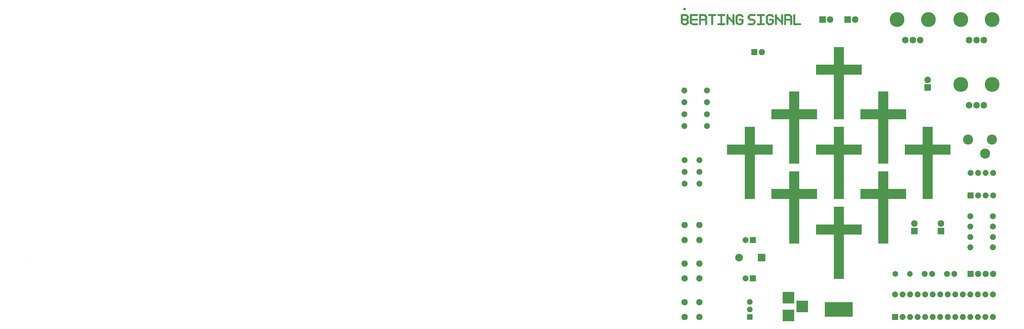
<source format=gbr>
G04 #@! TF.FileFunction,Soldermask,Top*
%FSLAX46Y46*%
G04 Gerber Fmt 4.6, Leading zero omitted, Abs format (unit mm)*
G04 Created by KiCad (PCBNEW 4.0.6) date 12/17/17 22:53:38*
%MOMM*%
%LPD*%
G01*
G04 APERTURE LIST*
%ADD10C,0.100000*%
%ADD11C,0.010000*%
%ADD12R,2.200000X2.200000*%
%ADD13C,2.200000*%
%ADD14R,3.400000X24.400000*%
%ADD15R,15.400000X3.400000*%
%ADD16C,1.400000*%
%ADD17C,2.000000*%
%ADD18R,4.900000X4.900000*%
%ADD19C,0.900000*%
%ADD20R,2.000000X2.000000*%
%ADD21O,2.000000X2.000000*%
%ADD22R,2.100000X2.100000*%
%ADD23O,2.100000X2.100000*%
%ADD24C,2.150000*%
%ADD25R,3.900000X3.900000*%
%ADD26R,2.600000X2.600000*%
%ADD27O,2.600000X2.600000*%
%ADD28C,5.000000*%
%ADD29C,3.400000*%
%ADD30C,1.924000*%
%ADD31R,1.924000X1.924000*%
%ADD32C,1.900000*%
G04 APERTURE END LIST*
D10*
X-174810000Y-131730000D02*
X-174810000Y-131730000D01*
X-174810000Y-131730000D02*
X-174810000Y-131730000D01*
X-174810000Y-131730000D02*
X-174810000Y-131730000D01*
X-174810000Y-131730000D02*
X-174810000Y-131730000D01*
X-174810000Y-131730000D02*
X-174810000Y-131730000D01*
X-174810000Y-131730000D02*
X-174810000Y-131730000D01*
X-174810000Y-131730000D02*
X-174810000Y-131730000D01*
X-174810000Y-131730000D02*
X-174810000Y-131730000D01*
X-174810000Y-131730000D02*
X-174810000Y-131730000D01*
X-174810000Y-131730000D02*
X-174810000Y-131730000D01*
X-174810000Y-131730000D02*
X-174810000Y-131730000D01*
X-174810000Y-131730000D02*
X-174810000Y-131730000D01*
X-174810000Y-131730000D02*
X-174810000Y-131730000D01*
X-174810000Y-131730000D02*
X-174810000Y-131730000D01*
X-174810000Y-131730000D02*
X-174810000Y-131730000D01*
X-174810000Y-131730000D02*
X-174810000Y-131730000D01*
X-174810000Y-131730000D02*
X-174810000Y-131730000D01*
X-174810000Y-131730000D02*
X-174810000Y-131730000D01*
X-174810000Y-131730000D02*
X-174810000Y-131730000D01*
X-174810000Y-131730000D02*
X-174810000Y-131730000D01*
X-174810000Y-131730000D02*
X-174810000Y-131730000D01*
X-174810000Y-131730000D02*
X-174810000Y-131730000D01*
X-174810000Y-131730000D02*
X-174810000Y-131730000D01*
X-174810000Y-131730000D02*
X-174810000Y-131730000D01*
X-174810000Y-131730000D02*
X-174810000Y-131730000D01*
X-174810000Y-131730000D02*
X-174810000Y-131730000D01*
X-174810000Y-131730000D02*
X-174810000Y-131730000D01*
X-174810000Y-131730000D02*
X-174810000Y-131730000D01*
X-174810000Y-131730000D02*
X-174810000Y-131730000D01*
X-174810000Y-131730000D02*
X-174810000Y-131730000D01*
X-174810000Y-131730000D02*
X-174810000Y-131730000D01*
X-174810000Y-131730000D02*
X-174810000Y-131730000D01*
X-174810000Y-131730000D02*
X-174810000Y-131730000D01*
X-174810000Y-131730000D02*
X-174810000Y-131730000D01*
X-174810000Y-131730000D02*
X-174810000Y-131730000D01*
X-174810000Y-131730000D02*
X-174810000Y-131730000D01*
X-174810000Y-131730000D02*
X-174810000Y-131730000D01*
X-174810000Y-131730000D02*
X-174810000Y-131730000D01*
X-174810000Y-131730000D02*
X-174810000Y-131730000D01*
X-174810000Y-131730000D02*
X-174810000Y-131730000D01*
X-174810000Y-131730000D02*
X-174810000Y-131730000D01*
X-174810000Y-131730000D02*
X-174810000Y-131730000D01*
X-174810000Y-131730000D02*
X-174810000Y-131730000D01*
X-174810000Y-131730000D02*
X-174810000Y-131730000D01*
X-174810000Y-131730000D02*
X-174810000Y-131730000D01*
X-174810000Y-131730000D02*
X-174810000Y-131730000D01*
X-174810000Y-131730000D02*
X-174810000Y-131730000D01*
X-174810000Y-131730000D02*
X-174810000Y-131730000D01*
X-174810000Y-131730000D02*
X-174810000Y-131730000D01*
X-174810000Y-131730000D02*
X-174810000Y-131730000D01*
X-174810000Y-131730000D02*
X-174810000Y-131730000D01*
X-174810000Y-131730000D02*
X-174810000Y-131730000D01*
X-174810000Y-131730000D02*
X-174810000Y-131730000D01*
X-174810000Y-131730000D02*
X-174810000Y-131730000D01*
X-174810000Y-131730000D02*
X-174810000Y-131730000D01*
X-174810000Y-131730000D02*
X-174810000Y-131730000D01*
X-174810000Y-131730000D02*
X-174810000Y-131730000D01*
X-174810000Y-131730000D02*
X-174810000Y-131730000D01*
X-174810000Y-131730000D02*
X-174810000Y-131730000D01*
X-174810000Y-131730000D02*
X-174810000Y-131730000D01*
X-174810000Y-131730000D02*
X-174810000Y-131730000D01*
X-174810000Y-131730000D02*
X-174810000Y-131730000D01*
X-174810000Y-131730000D02*
X-174810000Y-131730000D01*
X-174810000Y-131730000D02*
X-174810000Y-131730000D01*
X-174810000Y-131730000D02*
X-174810000Y-131730000D01*
X-174810000Y-131730000D02*
X-174810000Y-131730000D01*
X-174810000Y-131730000D02*
X-174810000Y-131730000D01*
X-174810000Y-131730000D02*
X-174810000Y-131730000D01*
X-174810000Y-131730000D02*
X-174810000Y-131730000D01*
X-174810000Y-131730000D02*
X-174810000Y-131730000D01*
X-174810000Y-131730000D02*
X-174810000Y-131730000D01*
X-174810000Y-131730000D02*
X-174810000Y-131730000D01*
X-174810000Y-131730000D02*
X-174810000Y-131730000D01*
X-174810000Y-131730000D02*
X-174810000Y-131730000D01*
X-174810000Y-131730000D02*
X-174810000Y-131730000D01*
X-174810000Y-131730000D02*
X-174810000Y-131730000D01*
X-174810000Y-131730000D02*
X-174810000Y-131730000D01*
X-174810000Y-131730000D02*
X-174810000Y-131730000D01*
X-174810000Y-131730000D02*
X-174810000Y-131730000D01*
X-174810000Y-131730000D02*
X-174810000Y-131730000D01*
X-174810000Y-131730000D02*
X-174810000Y-131730000D01*
X-174810000Y-131730000D02*
X-174810000Y-131730000D01*
X-174810000Y-131730000D02*
X-174810000Y-131730000D01*
X-174810000Y-131730000D02*
X-174810000Y-131730000D01*
X-174810000Y-131730000D02*
X-174810000Y-131730000D01*
X-174810000Y-131730000D02*
X-174810000Y-131730000D01*
X-174810000Y-131730000D02*
X-174810000Y-131730000D01*
X-174810000Y-131730000D02*
X-174810000Y-131730000D01*
X-174810000Y-131730000D02*
X-174810000Y-131730000D01*
X-174810000Y-131730000D02*
X-174810000Y-131730000D01*
X-174810000Y-131730000D02*
X-174810000Y-131730000D01*
X-174810000Y-131730000D02*
X-174810000Y-131730000D01*
X-174810000Y-131730000D02*
X-174810000Y-131730000D01*
X-174810000Y-131730000D02*
X-174810000Y-131730000D01*
X-174810000Y-131730000D02*
X-174810000Y-131730000D01*
X-174810000Y-131730000D02*
X-174810000Y-131730000D01*
X-174810000Y-131730000D02*
X-174810000Y-131730000D01*
X-174810000Y-131730000D02*
X-174810000Y-131730000D01*
X-174810000Y-131730000D02*
X-174810000Y-131730000D01*
X-174810000Y-131730000D02*
X-174810000Y-131730000D01*
X-174810000Y-131730000D02*
X-174810000Y-131730000D01*
X-174810000Y-131730000D02*
X-174810000Y-131730000D01*
X-174810000Y-131730000D02*
X-174810000Y-131730000D01*
X-174810000Y-131730000D02*
X-174810000Y-131730000D01*
X-174810000Y-131730000D02*
X-174810000Y-131730000D01*
X-174810000Y-131730000D02*
X-174810000Y-131730000D01*
X-174810000Y-131730000D02*
X-174810000Y-131730000D01*
X-174810000Y-131730000D02*
X-174810000Y-131730000D01*
X-174810000Y-131730000D02*
X-174810000Y-131730000D01*
X-174810000Y-131730000D02*
X-174810000Y-131730000D01*
X-174810000Y-131730000D02*
X-174810000Y-131730000D01*
X-174810000Y-131730000D02*
X-174810000Y-131730000D01*
X-174810000Y-131730000D02*
X-174810000Y-131730000D01*
X-174810000Y-131730000D02*
X-174810000Y-131730000D01*
X-174810000Y-131730000D02*
X-174810000Y-131730000D01*
X-174810000Y-131730000D02*
X-174810000Y-131730000D01*
X-174810000Y-131730000D02*
X-174810000Y-131730000D01*
X-174810000Y-131730000D02*
X-174810000Y-131730000D01*
X-174810000Y-131730000D02*
X-174810000Y-131730000D01*
X-174810000Y-131730000D02*
X-174810000Y-131730000D01*
X-174810000Y-131730000D02*
X-174810000Y-131730000D01*
X-174810000Y-131730000D02*
X-174810000Y-131730000D01*
X-174810000Y-131730000D02*
X-174810000Y-131730000D01*
X-174810000Y-131730000D02*
X-174810000Y-131730000D01*
X-174810000Y-131730000D02*
X-174810000Y-131730000D01*
X-174810000Y-131730000D02*
X-174810000Y-131730000D01*
X-174810000Y-131730000D02*
X-174810000Y-131730000D01*
X-174810000Y-131730000D02*
X-174810000Y-131730000D01*
X-174810000Y-131730000D02*
X-174810000Y-131730000D01*
X-174810000Y-131730000D02*
X-174810000Y-131730000D01*
X-174810000Y-131730000D02*
X-174810000Y-131730000D01*
X-174810000Y-131730000D02*
X-174810000Y-131730000D01*
X-174810000Y-131730000D02*
X-174810000Y-131730000D01*
X-174810000Y-131730000D02*
X-174810000Y-131730000D01*
X-174810000Y-131730000D02*
X-174810000Y-131730000D01*
X-174810000Y-131730000D02*
X-174810000Y-131730000D01*
X-174810000Y-131730000D02*
X-174810000Y-131730000D01*
X-174810000Y-131730000D02*
X-174810000Y-131730000D01*
X-174810000Y-131730000D02*
X-174810000Y-131730000D01*
X-174810000Y-131730000D02*
X-174810000Y-131730000D01*
X-174810000Y-131730000D02*
X-174810000Y-131730000D01*
X-174810000Y-131730000D02*
X-174810000Y-131730000D01*
X-174810000Y-131730000D02*
X-174810000Y-131730000D01*
X-174810000Y-131730000D02*
X-174810000Y-131730000D01*
X-174810000Y-131730000D02*
X-174810000Y-131730000D01*
X-174810000Y-131730000D02*
X-174810000Y-131730000D01*
X-174810000Y-131730000D02*
X-174810000Y-131730000D01*
X-174810000Y-131730000D02*
X-174810000Y-131730000D01*
X-174810000Y-131730000D02*
X-174810000Y-131730000D01*
X-174810000Y-131730000D02*
X-174810000Y-131730000D01*
X-174810000Y-131730000D02*
X-174810000Y-131730000D01*
X-174810000Y-131730000D02*
X-174810000Y-131730000D01*
X-174810000Y-131730000D02*
X-174810000Y-131730000D01*
X-174810000Y-131730000D02*
X-174810000Y-131730000D01*
X-174810000Y-131730000D02*
X-174810000Y-131730000D01*
X-174810000Y-131730000D02*
X-174810000Y-131730000D01*
X-174810000Y-131730000D02*
X-174810000Y-131730000D01*
X-174810000Y-131730000D02*
X-174810000Y-131730000D01*
X-174810000Y-131730000D02*
X-174810000Y-131730000D01*
X-174810000Y-131730000D02*
X-174810000Y-131730000D01*
X-174810000Y-131730000D02*
X-174810000Y-131730000D01*
X-174810000Y-131730000D02*
X-174810000Y-131730000D01*
X-174810000Y-131730000D02*
X-174810000Y-131730000D01*
X-174810000Y-131730000D02*
X-174810000Y-131730000D01*
X-174810000Y-131730000D02*
X-174810000Y-131730000D01*
X-174810000Y-131730000D02*
X-174810000Y-131730000D01*
X-174810000Y-131730000D02*
X-174810000Y-131730000D01*
X-174810000Y-131730000D02*
X-174810000Y-131730000D01*
X-174810000Y-131730000D02*
X-174810000Y-131730000D01*
X-174810000Y-131730000D02*
X-174810000Y-131730000D01*
X-174810000Y-131730000D02*
X-174810000Y-131730000D01*
X-174810000Y-131730000D02*
X-174810000Y-131730000D01*
X-174810000Y-131730000D02*
X-174810000Y-131730000D01*
X-174810000Y-131730000D02*
X-174810000Y-131730000D01*
X-174810000Y-131730000D02*
X-174810000Y-131730000D01*
X-174810000Y-131730000D02*
X-174810000Y-131730000D01*
X-174810000Y-131730000D02*
X-174810000Y-131730000D01*
X-174810000Y-131730000D02*
X-174810000Y-131730000D01*
X-174810000Y-131730000D02*
X-174810000Y-131730000D01*
X-174810000Y-131730000D02*
X-174810000Y-131730000D01*
X-174810000Y-131730000D02*
X-174810000Y-131730000D01*
X-174810000Y-131730000D02*
X-174810000Y-131730000D01*
D11*
G36*
X48947501Y-50023398D02*
X49304666Y-50372018D01*
X49304666Y-51143705D01*
X49114008Y-51330821D01*
X48923351Y-51517938D01*
X49114008Y-51711506D01*
X49304666Y-51905075D01*
X49304666Y-52670315D01*
X48950005Y-53016491D01*
X48595345Y-53362667D01*
X48029255Y-53359983D01*
X47811982Y-53356381D01*
X47619813Y-53348433D01*
X47471493Y-53337249D01*
X47385761Y-53323941D01*
X47378500Y-53321438D01*
X47313359Y-53276752D01*
X47207342Y-53185888D01*
X47077767Y-53064169D01*
X46997500Y-52984310D01*
X46701166Y-52683045D01*
X46701166Y-51796333D01*
X47272666Y-51796333D01*
X47272666Y-52122632D01*
X47274567Y-52289512D01*
X47285999Y-52398425D01*
X47315559Y-52476064D01*
X47371840Y-52549124D01*
X47429424Y-52609465D01*
X47586182Y-52770000D01*
X48398038Y-52770000D01*
X48576185Y-52588481D01*
X48702931Y-52436497D01*
X48753741Y-52304697D01*
X48728617Y-52175816D01*
X48627558Y-52032592D01*
X48576185Y-51977852D01*
X48398038Y-51796333D01*
X47272666Y-51796333D01*
X46701166Y-51796333D01*
X46701166Y-51267534D01*
X46701458Y-50881680D01*
X46702633Y-50571634D01*
X46705140Y-50328539D01*
X46706442Y-50272333D01*
X47272666Y-50272333D01*
X47272666Y-51246000D01*
X48391295Y-51246000D01*
X48572814Y-51067852D01*
X48702129Y-50917870D01*
X48754803Y-50786134D01*
X48730925Y-50656303D01*
X48630586Y-50512038D01*
X48576185Y-50453852D01*
X48398038Y-50272333D01*
X47272666Y-50272333D01*
X46706442Y-50272333D01*
X46709427Y-50143538D01*
X46715943Y-50007774D01*
X46725135Y-49912389D01*
X46737453Y-49848526D01*
X46753346Y-49807328D01*
X46773260Y-49779938D01*
X46776667Y-49776428D01*
X46810756Y-49750529D01*
X46862114Y-49730809D01*
X46942318Y-49716184D01*
X47062950Y-49705566D01*
X47235589Y-49697870D01*
X47471813Y-49692008D01*
X47721252Y-49687805D01*
X48590336Y-49674779D01*
X48947501Y-50023398D01*
X48947501Y-50023398D01*
G37*
X48947501Y-50023398D02*
X49304666Y-50372018D01*
X49304666Y-51143705D01*
X49114008Y-51330821D01*
X48923351Y-51517938D01*
X49114008Y-51711506D01*
X49304666Y-51905075D01*
X49304666Y-52670315D01*
X48950005Y-53016491D01*
X48595345Y-53362667D01*
X48029255Y-53359983D01*
X47811982Y-53356381D01*
X47619813Y-53348433D01*
X47471493Y-53337249D01*
X47385761Y-53323941D01*
X47378500Y-53321438D01*
X47313359Y-53276752D01*
X47207342Y-53185888D01*
X47077767Y-53064169D01*
X46997500Y-52984310D01*
X46701166Y-52683045D01*
X46701166Y-51796333D01*
X47272666Y-51796333D01*
X47272666Y-52122632D01*
X47274567Y-52289512D01*
X47285999Y-52398425D01*
X47315559Y-52476064D01*
X47371840Y-52549124D01*
X47429424Y-52609465D01*
X47586182Y-52770000D01*
X48398038Y-52770000D01*
X48576185Y-52588481D01*
X48702931Y-52436497D01*
X48753741Y-52304697D01*
X48728617Y-52175816D01*
X48627558Y-52032592D01*
X48576185Y-51977852D01*
X48398038Y-51796333D01*
X47272666Y-51796333D01*
X46701166Y-51796333D01*
X46701166Y-51267534D01*
X46701458Y-50881680D01*
X46702633Y-50571634D01*
X46705140Y-50328539D01*
X46706442Y-50272333D01*
X47272666Y-50272333D01*
X47272666Y-51246000D01*
X48391295Y-51246000D01*
X48572814Y-51067852D01*
X48702129Y-50917870D01*
X48754803Y-50786134D01*
X48730925Y-50656303D01*
X48630586Y-50512038D01*
X48576185Y-50453852D01*
X48398038Y-50272333D01*
X47272666Y-50272333D01*
X46706442Y-50272333D01*
X46709427Y-50143538D01*
X46715943Y-50007774D01*
X46725135Y-49912389D01*
X46737453Y-49848526D01*
X46753346Y-49807328D01*
X46773260Y-49779938D01*
X46776667Y-49776428D01*
X46810756Y-49750529D01*
X46862114Y-49730809D01*
X46942318Y-49716184D01*
X47062950Y-49705566D01*
X47235589Y-49697870D01*
X47471813Y-49692008D01*
X47721252Y-49687805D01*
X48590336Y-49674779D01*
X48947501Y-50023398D01*
G36*
X51409137Y-49679971D02*
X51669198Y-49681397D01*
X51865837Y-49684718D01*
X52009677Y-49690703D01*
X52111339Y-49700124D01*
X52181446Y-49713753D01*
X52230620Y-49732361D01*
X52269484Y-49756718D01*
X52283457Y-49767406D01*
X52376865Y-49884815D01*
X52392316Y-50015805D01*
X52329808Y-50140924D01*
X52283457Y-50184594D01*
X52241809Y-50213705D01*
X52193006Y-50235566D01*
X52125099Y-50251210D01*
X52026135Y-50261668D01*
X51884166Y-50267972D01*
X51687241Y-50271155D01*
X51423409Y-50272248D01*
X51267457Y-50272333D01*
X50363000Y-50272333D01*
X50363000Y-51246000D01*
X51313099Y-51246000D01*
X51620239Y-51246245D01*
X51853762Y-51247662D01*
X52024717Y-51251275D01*
X52144153Y-51258106D01*
X52223119Y-51269179D01*
X52272665Y-51285517D01*
X52303839Y-51308143D01*
X52327692Y-51338081D01*
X52329099Y-51340086D01*
X52389205Y-51485688D01*
X52370031Y-51625933D01*
X52310333Y-51711667D01*
X52277939Y-51739381D01*
X52236017Y-51760300D01*
X52173167Y-51775373D01*
X52077993Y-51785551D01*
X51939095Y-51791782D01*
X51745076Y-51795018D01*
X51484537Y-51796207D01*
X51294333Y-51796333D01*
X50363000Y-51796333D01*
X50363000Y-52126408D01*
X50364673Y-52293742D01*
X50375416Y-52402441D01*
X50403813Y-52478537D01*
X50458446Y-52548062D01*
X50523534Y-52613242D01*
X50684069Y-52770000D01*
X51446885Y-52770000D01*
X51720421Y-52770614D01*
X51922276Y-52773331D01*
X52065435Y-52779459D01*
X52162880Y-52790310D01*
X52227595Y-52807192D01*
X52272563Y-52831416D01*
X52302350Y-52856316D01*
X52382555Y-52980723D01*
X52387457Y-53117718D01*
X52318138Y-53243362D01*
X52283457Y-53274927D01*
X52239510Y-53305498D01*
X52188169Y-53327958D01*
X52116619Y-53343489D01*
X52012043Y-53353276D01*
X51861624Y-53358503D01*
X51652547Y-53360355D01*
X51371996Y-53360014D01*
X51362707Y-53359983D01*
X51104331Y-53357363D01*
X50870980Y-53351685D01*
X50677490Y-53343572D01*
X50538693Y-53333651D01*
X50469423Y-53322546D01*
X50468833Y-53322310D01*
X50404741Y-53278080D01*
X50299591Y-53186784D01*
X50169973Y-53063363D01*
X50077250Y-52969672D01*
X49770333Y-52652024D01*
X49770333Y-49887485D01*
X49978151Y-49679667D01*
X51075033Y-49679667D01*
X51409137Y-49679971D01*
X51409137Y-49679971D01*
G37*
X51409137Y-49679971D02*
X51669198Y-49681397D01*
X51865837Y-49684718D01*
X52009677Y-49690703D01*
X52111339Y-49700124D01*
X52181446Y-49713753D01*
X52230620Y-49732361D01*
X52269484Y-49756718D01*
X52283457Y-49767406D01*
X52376865Y-49884815D01*
X52392316Y-50015805D01*
X52329808Y-50140924D01*
X52283457Y-50184594D01*
X52241809Y-50213705D01*
X52193006Y-50235566D01*
X52125099Y-50251210D01*
X52026135Y-50261668D01*
X51884166Y-50267972D01*
X51687241Y-50271155D01*
X51423409Y-50272248D01*
X51267457Y-50272333D01*
X50363000Y-50272333D01*
X50363000Y-51246000D01*
X51313099Y-51246000D01*
X51620239Y-51246245D01*
X51853762Y-51247662D01*
X52024717Y-51251275D01*
X52144153Y-51258106D01*
X52223119Y-51269179D01*
X52272665Y-51285517D01*
X52303839Y-51308143D01*
X52327692Y-51338081D01*
X52329099Y-51340086D01*
X52389205Y-51485688D01*
X52370031Y-51625933D01*
X52310333Y-51711667D01*
X52277939Y-51739381D01*
X52236017Y-51760300D01*
X52173167Y-51775373D01*
X52077993Y-51785551D01*
X51939095Y-51791782D01*
X51745076Y-51795018D01*
X51484537Y-51796207D01*
X51294333Y-51796333D01*
X50363000Y-51796333D01*
X50363000Y-52126408D01*
X50364673Y-52293742D01*
X50375416Y-52402441D01*
X50403813Y-52478537D01*
X50458446Y-52548062D01*
X50523534Y-52613242D01*
X50684069Y-52770000D01*
X51446885Y-52770000D01*
X51720421Y-52770614D01*
X51922276Y-52773331D01*
X52065435Y-52779459D01*
X52162880Y-52790310D01*
X52227595Y-52807192D01*
X52272563Y-52831416D01*
X52302350Y-52856316D01*
X52382555Y-52980723D01*
X52387457Y-53117718D01*
X52318138Y-53243362D01*
X52283457Y-53274927D01*
X52239510Y-53305498D01*
X52188169Y-53327958D01*
X52116619Y-53343489D01*
X52012043Y-53353276D01*
X51861624Y-53358503D01*
X51652547Y-53360355D01*
X51371996Y-53360014D01*
X51362707Y-53359983D01*
X51104331Y-53357363D01*
X50870980Y-53351685D01*
X50677490Y-53343572D01*
X50538693Y-53333651D01*
X50469423Y-53322546D01*
X50468833Y-53322310D01*
X50404741Y-53278080D01*
X50299591Y-53186784D01*
X50169973Y-53063363D01*
X50077250Y-52969672D01*
X49770333Y-52652024D01*
X49770333Y-49887485D01*
X49978151Y-49679667D01*
X51075033Y-49679667D01*
X51409137Y-49679971D01*
G36*
X55133361Y-50031638D02*
X55485333Y-50383609D01*
X55485333Y-51762615D01*
X55485043Y-52142911D01*
X55483851Y-52447691D01*
X55481272Y-52686102D01*
X55476824Y-52867292D01*
X55470020Y-53000411D01*
X55460378Y-53094606D01*
X55447413Y-53159026D01*
X55430642Y-53202820D01*
X55409579Y-53235135D01*
X55407263Y-53238032D01*
X55297966Y-53313478D01*
X55160110Y-53333564D01*
X55029930Y-53296188D01*
X54985900Y-53262490D01*
X54958280Y-53223359D01*
X54937817Y-53160656D01*
X54923083Y-53061548D01*
X54912652Y-52913199D01*
X54905097Y-52702774D01*
X54900401Y-52493435D01*
X54886968Y-51796333D01*
X53411000Y-51796333D01*
X53410351Y-52484250D01*
X53408298Y-52719229D01*
X53403040Y-52925572D01*
X53395241Y-53087921D01*
X53385566Y-53190921D01*
X53378601Y-53218746D01*
X53313037Y-53277387D01*
X53215025Y-53333760D01*
X53129904Y-53362320D01*
X53123158Y-53362667D01*
X53065544Y-53338614D01*
X52978966Y-53280188D01*
X52972209Y-53274927D01*
X52860666Y-53187188D01*
X52860666Y-50272333D01*
X53411000Y-50272333D01*
X53411000Y-51246000D01*
X54892666Y-51246000D01*
X54892666Y-50919701D01*
X54890765Y-50752821D01*
X54879333Y-50643908D01*
X54849774Y-50566269D01*
X54793492Y-50493209D01*
X54735908Y-50432868D01*
X54579150Y-50272333D01*
X53411000Y-50272333D01*
X52860666Y-50272333D01*
X52860666Y-49855145D01*
X52972209Y-49767406D01*
X53015247Y-49737453D01*
X53065744Y-49715201D01*
X53136133Y-49699512D01*
X53238850Y-49689253D01*
X53386329Y-49683285D01*
X53591004Y-49680474D01*
X53865312Y-49679682D01*
X53932570Y-49679667D01*
X54781390Y-49679667D01*
X55133361Y-50031638D01*
X55133361Y-50031638D01*
G37*
X55133361Y-50031638D02*
X55485333Y-50383609D01*
X55485333Y-51762615D01*
X55485043Y-52142911D01*
X55483851Y-52447691D01*
X55481272Y-52686102D01*
X55476824Y-52867292D01*
X55470020Y-53000411D01*
X55460378Y-53094606D01*
X55447413Y-53159026D01*
X55430642Y-53202820D01*
X55409579Y-53235135D01*
X55407263Y-53238032D01*
X55297966Y-53313478D01*
X55160110Y-53333564D01*
X55029930Y-53296188D01*
X54985900Y-53262490D01*
X54958280Y-53223359D01*
X54937817Y-53160656D01*
X54923083Y-53061548D01*
X54912652Y-52913199D01*
X54905097Y-52702774D01*
X54900401Y-52493435D01*
X54886968Y-51796333D01*
X53411000Y-51796333D01*
X53410351Y-52484250D01*
X53408298Y-52719229D01*
X53403040Y-52925572D01*
X53395241Y-53087921D01*
X53385566Y-53190921D01*
X53378601Y-53218746D01*
X53313037Y-53277387D01*
X53215025Y-53333760D01*
X53129904Y-53362320D01*
X53123158Y-53362667D01*
X53065544Y-53338614D01*
X52978966Y-53280188D01*
X52972209Y-53274927D01*
X52860666Y-53187188D01*
X52860666Y-50272333D01*
X53411000Y-50272333D01*
X53411000Y-51246000D01*
X54892666Y-51246000D01*
X54892666Y-50919701D01*
X54890765Y-50752821D01*
X54879333Y-50643908D01*
X54849774Y-50566269D01*
X54793492Y-50493209D01*
X54735908Y-50432868D01*
X54579150Y-50272333D01*
X53411000Y-50272333D01*
X52860666Y-50272333D01*
X52860666Y-49855145D01*
X52972209Y-49767406D01*
X53015247Y-49737453D01*
X53065744Y-49715201D01*
X53136133Y-49699512D01*
X53238850Y-49689253D01*
X53386329Y-49683285D01*
X53591004Y-49680474D01*
X53865312Y-49679682D01*
X53932570Y-49679667D01*
X54781390Y-49679667D01*
X55133361Y-50031638D01*
G36*
X57610938Y-49680166D02*
X57870574Y-49682107D01*
X58066322Y-49686148D01*
X58208571Y-49692950D01*
X58307708Y-49703174D01*
X58374122Y-49717480D01*
X58418199Y-49736529D01*
X58442171Y-49753750D01*
X58539963Y-49878874D01*
X58558449Y-50012935D01*
X58496479Y-50141898D01*
X58475812Y-50164369D01*
X58420835Y-50213743D01*
X58362052Y-50245233D01*
X58279744Y-50262831D01*
X58154192Y-50270531D01*
X57965679Y-50272325D01*
X57942590Y-50272333D01*
X57517333Y-50272333D01*
X57516685Y-51722250D01*
X57515652Y-52065549D01*
X57513013Y-52382535D01*
X57508982Y-52663103D01*
X57503774Y-52897151D01*
X57497602Y-53074576D01*
X57490681Y-53185273D01*
X57484935Y-53218746D01*
X57419370Y-53277387D01*
X57321358Y-53333760D01*
X57236237Y-53362320D01*
X57229492Y-53362667D01*
X57171878Y-53338614D01*
X57085300Y-53280188D01*
X57078542Y-53274927D01*
X56967000Y-53187188D01*
X56967000Y-50272333D01*
X56543666Y-50272333D01*
X56301686Y-50264581D01*
X56132371Y-50237823D01*
X56024843Y-50186809D01*
X55968224Y-50106290D01*
X55951639Y-49991016D01*
X55951648Y-49986583D01*
X55956415Y-49900808D01*
X55975455Y-49832650D01*
X56017462Y-49780096D01*
X56091133Y-49741131D01*
X56205164Y-49713742D01*
X56368250Y-49695916D01*
X56589088Y-49685638D01*
X56876373Y-49680895D01*
X57238802Y-49679673D01*
X57277027Y-49679667D01*
X57610938Y-49680166D01*
X57610938Y-49680166D01*
G37*
X57610938Y-49680166D02*
X57870574Y-49682107D01*
X58066322Y-49686148D01*
X58208571Y-49692950D01*
X58307708Y-49703174D01*
X58374122Y-49717480D01*
X58418199Y-49736529D01*
X58442171Y-49753750D01*
X58539963Y-49878874D01*
X58558449Y-50012935D01*
X58496479Y-50141898D01*
X58475812Y-50164369D01*
X58420835Y-50213743D01*
X58362052Y-50245233D01*
X58279744Y-50262831D01*
X58154192Y-50270531D01*
X57965679Y-50272325D01*
X57942590Y-50272333D01*
X57517333Y-50272333D01*
X57516685Y-51722250D01*
X57515652Y-52065549D01*
X57513013Y-52382535D01*
X57508982Y-52663103D01*
X57503774Y-52897151D01*
X57497602Y-53074576D01*
X57490681Y-53185273D01*
X57484935Y-53218746D01*
X57419370Y-53277387D01*
X57321358Y-53333760D01*
X57236237Y-53362320D01*
X57229492Y-53362667D01*
X57171878Y-53338614D01*
X57085300Y-53280188D01*
X57078542Y-53274927D01*
X56967000Y-53187188D01*
X56967000Y-50272333D01*
X56543666Y-50272333D01*
X56301686Y-50264581D01*
X56132371Y-50237823D01*
X56024843Y-50186809D01*
X55968224Y-50106290D01*
X55951639Y-49991016D01*
X55951648Y-49986583D01*
X55956415Y-49900808D01*
X55975455Y-49832650D01*
X56017462Y-49780096D01*
X56091133Y-49741131D01*
X56205164Y-49713742D01*
X56368250Y-49695916D01*
X56589088Y-49685638D01*
X56876373Y-49680895D01*
X57238802Y-49679673D01*
X57277027Y-49679667D01*
X57610938Y-49680166D01*
G36*
X61042752Y-49686240D02*
X61228749Y-49689310D01*
X61352539Y-49694035D01*
X61397674Y-49698767D01*
X61535667Y-49770807D01*
X61610931Y-49897942D01*
X61623666Y-49997790D01*
X61609512Y-50108394D01*
X61559451Y-50185928D01*
X61462085Y-50235586D01*
X61306015Y-50262569D01*
X61079843Y-50272072D01*
X61021580Y-50272333D01*
X60607666Y-50272333D01*
X60607666Y-52770000D01*
X61021580Y-52770000D01*
X61264990Y-52776660D01*
X61435680Y-52799937D01*
X61544788Y-52844775D01*
X61603453Y-52916118D01*
X61622814Y-53018911D01*
X61623018Y-53036984D01*
X61618734Y-53128951D01*
X61600995Y-53201791D01*
X61560999Y-53257695D01*
X61489946Y-53298852D01*
X61379033Y-53327452D01*
X61219460Y-53345684D01*
X61002424Y-53355738D01*
X60719125Y-53359803D01*
X60360760Y-53360070D01*
X60324699Y-53359983D01*
X60029934Y-53357727D01*
X59759290Y-53352813D01*
X59525568Y-53345699D01*
X59341573Y-53336846D01*
X59220106Y-53326715D01*
X59178300Y-53318786D01*
X59077790Y-53238990D01*
X59029681Y-53119463D01*
X59034780Y-52987599D01*
X59093887Y-52870793D01*
X59163523Y-52814907D01*
X59241327Y-52795256D01*
X59380039Y-52779972D01*
X59555926Y-52771233D01*
X59652383Y-52770000D01*
X60057333Y-52770000D01*
X60057333Y-50272333D01*
X59638689Y-50272333D01*
X59392528Y-50264741D01*
X59219139Y-50238525D01*
X59107703Y-50188523D01*
X59047404Y-50109573D01*
X59027424Y-49996515D01*
X59027222Y-49980581D01*
X59029721Y-49899852D01*
X59043309Y-49836336D01*
X59077119Y-49787828D01*
X59140283Y-49752121D01*
X59241935Y-49727008D01*
X59391207Y-49710284D01*
X59597234Y-49699743D01*
X59869148Y-49693177D01*
X60216082Y-49688381D01*
X60237904Y-49688121D01*
X60534690Y-49685529D01*
X60807186Y-49684941D01*
X61042752Y-49686240D01*
X61042752Y-49686240D01*
G37*
X61042752Y-49686240D02*
X61228749Y-49689310D01*
X61352539Y-49694035D01*
X61397674Y-49698767D01*
X61535667Y-49770807D01*
X61610931Y-49897942D01*
X61623666Y-49997790D01*
X61609512Y-50108394D01*
X61559451Y-50185928D01*
X61462085Y-50235586D01*
X61306015Y-50262569D01*
X61079843Y-50272072D01*
X61021580Y-50272333D01*
X60607666Y-50272333D01*
X60607666Y-52770000D01*
X61021580Y-52770000D01*
X61264990Y-52776660D01*
X61435680Y-52799937D01*
X61544788Y-52844775D01*
X61603453Y-52916118D01*
X61622814Y-53018911D01*
X61623018Y-53036984D01*
X61618734Y-53128951D01*
X61600995Y-53201791D01*
X61560999Y-53257695D01*
X61489946Y-53298852D01*
X61379033Y-53327452D01*
X61219460Y-53345684D01*
X61002424Y-53355738D01*
X60719125Y-53359803D01*
X60360760Y-53360070D01*
X60324699Y-53359983D01*
X60029934Y-53357727D01*
X59759290Y-53352813D01*
X59525568Y-53345699D01*
X59341573Y-53336846D01*
X59220106Y-53326715D01*
X59178300Y-53318786D01*
X59077790Y-53238990D01*
X59029681Y-53119463D01*
X59034780Y-52987599D01*
X59093887Y-52870793D01*
X59163523Y-52814907D01*
X59241327Y-52795256D01*
X59380039Y-52779972D01*
X59555926Y-52771233D01*
X59652383Y-52770000D01*
X60057333Y-52770000D01*
X60057333Y-50272333D01*
X59638689Y-50272333D01*
X59392528Y-50264741D01*
X59219139Y-50238525D01*
X59107703Y-50188523D01*
X59047404Y-50109573D01*
X59027424Y-49996515D01*
X59027222Y-49980581D01*
X59029721Y-49899852D01*
X59043309Y-49836336D01*
X59077119Y-49787828D01*
X59140283Y-49752121D01*
X59241935Y-49727008D01*
X59391207Y-49710284D01*
X59597234Y-49699743D01*
X59869148Y-49693177D01*
X60216082Y-49688381D01*
X60237904Y-49688121D01*
X60534690Y-49685529D01*
X60807186Y-49684941D01*
X61042752Y-49686240D01*
G36*
X64505820Y-49704076D02*
X64597108Y-49763244D01*
X64602457Y-49767406D01*
X64714000Y-49855145D01*
X64714000Y-53187188D01*
X64602457Y-53274927D01*
X64492284Y-53345899D01*
X64402229Y-53351805D01*
X64298238Y-53292646D01*
X64275209Y-53274927D01*
X64212482Y-53215751D01*
X64178834Y-53146113D01*
X64165538Y-53038652D01*
X64163666Y-52925224D01*
X64163666Y-52663259D01*
X62682000Y-51183407D01*
X62682000Y-52162514D01*
X62681416Y-52479545D01*
X62679159Y-52722868D01*
X62674465Y-52903436D01*
X62666572Y-53032200D01*
X62654719Y-53120115D01*
X62638144Y-53178134D01*
X62616083Y-53217208D01*
X62607916Y-53227298D01*
X62479602Y-53321752D01*
X62333653Y-53337122D01*
X62272017Y-53319643D01*
X62177611Y-53254022D01*
X62134434Y-53198504D01*
X62121018Y-53129182D01*
X62109919Y-52976468D01*
X62101169Y-52741605D01*
X62094802Y-52425835D01*
X62090850Y-52030404D01*
X62089347Y-51556553D01*
X62089333Y-51500859D01*
X62089333Y-49887485D01*
X62193242Y-49783576D01*
X62319752Y-49696579D01*
X62443886Y-49693972D01*
X62570120Y-49775753D01*
X62578090Y-49783576D01*
X62640138Y-49861155D01*
X62671611Y-49953758D01*
X62681725Y-50092404D01*
X62682000Y-50133279D01*
X62682000Y-50379074D01*
X64163666Y-51858926D01*
X64163666Y-49855145D01*
X64275209Y-49767406D01*
X64366702Y-49706834D01*
X64436237Y-49679765D01*
X64438833Y-49679667D01*
X64505820Y-49704076D01*
X64505820Y-49704076D01*
G37*
X64505820Y-49704076D02*
X64597108Y-49763244D01*
X64602457Y-49767406D01*
X64714000Y-49855145D01*
X64714000Y-53187188D01*
X64602457Y-53274927D01*
X64492284Y-53345899D01*
X64402229Y-53351805D01*
X64298238Y-53292646D01*
X64275209Y-53274927D01*
X64212482Y-53215751D01*
X64178834Y-53146113D01*
X64165538Y-53038652D01*
X64163666Y-52925224D01*
X64163666Y-52663259D01*
X62682000Y-51183407D01*
X62682000Y-52162514D01*
X62681416Y-52479545D01*
X62679159Y-52722868D01*
X62674465Y-52903436D01*
X62666572Y-53032200D01*
X62654719Y-53120115D01*
X62638144Y-53178134D01*
X62616083Y-53217208D01*
X62607916Y-53227298D01*
X62479602Y-53321752D01*
X62333653Y-53337122D01*
X62272017Y-53319643D01*
X62177611Y-53254022D01*
X62134434Y-53198504D01*
X62121018Y-53129182D01*
X62109919Y-52976468D01*
X62101169Y-52741605D01*
X62094802Y-52425835D01*
X62090850Y-52030404D01*
X62089347Y-51556553D01*
X62089333Y-51500859D01*
X62089333Y-49887485D01*
X62193242Y-49783576D01*
X62319752Y-49696579D01*
X62443886Y-49693972D01*
X62570120Y-49775753D01*
X62578090Y-49783576D01*
X62640138Y-49861155D01*
X62671611Y-49953758D01*
X62681725Y-50092404D01*
X62682000Y-50133279D01*
X62682000Y-50379074D01*
X64163666Y-51858926D01*
X64163666Y-49855145D01*
X64275209Y-49767406D01*
X64366702Y-49706834D01*
X64436237Y-49679765D01*
X64438833Y-49679667D01*
X64505820Y-49704076D01*
G36*
X67452361Y-50031638D02*
X67626926Y-50213795D01*
X67739928Y-50354218D01*
X67795759Y-50464261D01*
X67798811Y-50555278D01*
X67753476Y-50638623D01*
X67706354Y-50688287D01*
X67609677Y-50757975D01*
X67512958Y-50774174D01*
X67402485Y-50732883D01*
X67264547Y-50630100D01*
X67151490Y-50526333D01*
X66886975Y-50272333D01*
X66086294Y-50272333D01*
X65730000Y-50635371D01*
X65730000Y-52406962D01*
X66086294Y-52770000D01*
X66898150Y-52770000D01*
X67054908Y-52609465D01*
X67134144Y-52524363D01*
X67180843Y-52452743D01*
X67203599Y-52367909D01*
X67211008Y-52243168D01*
X67211666Y-52122632D01*
X67211666Y-51796333D01*
X66798916Y-51795685D01*
X66590816Y-51793419D01*
X66450030Y-51784165D01*
X66359229Y-51763068D01*
X66301089Y-51725278D01*
X66258282Y-51665941D01*
X66244337Y-51640366D01*
X66200004Y-51515894D01*
X66224022Y-51413343D01*
X66281982Y-51338649D01*
X66320234Y-51302838D01*
X66366842Y-51277659D01*
X66436270Y-51261252D01*
X66542981Y-51251754D01*
X66701440Y-51247303D01*
X66926109Y-51246037D01*
X67001649Y-51246000D01*
X67280693Y-51245987D01*
X67486326Y-51253269D01*
X67629725Y-51278829D01*
X67722065Y-51333649D01*
X67774522Y-51428712D01*
X67798271Y-51575000D01*
X67804489Y-51783496D01*
X67804333Y-52034796D01*
X67804333Y-52654259D01*
X67467674Y-52997879D01*
X67131014Y-53341500D01*
X66546924Y-53351003D01*
X66326422Y-53351922D01*
X66131013Y-53347789D01*
X65979032Y-53339348D01*
X65888816Y-53327340D01*
X65878166Y-53323913D01*
X65814048Y-53278988D01*
X65708850Y-53187112D01*
X65579180Y-53063308D01*
X65486583Y-52969672D01*
X65179666Y-52652024D01*
X65179666Y-50383609D01*
X65531638Y-50031638D01*
X65883609Y-49679667D01*
X67100390Y-49679667D01*
X67452361Y-50031638D01*
X67452361Y-50031638D01*
G37*
X67452361Y-50031638D02*
X67626926Y-50213795D01*
X67739928Y-50354218D01*
X67795759Y-50464261D01*
X67798811Y-50555278D01*
X67753476Y-50638623D01*
X67706354Y-50688287D01*
X67609677Y-50757975D01*
X67512958Y-50774174D01*
X67402485Y-50732883D01*
X67264547Y-50630100D01*
X67151490Y-50526333D01*
X66886975Y-50272333D01*
X66086294Y-50272333D01*
X65730000Y-50635371D01*
X65730000Y-52406962D01*
X66086294Y-52770000D01*
X66898150Y-52770000D01*
X67054908Y-52609465D01*
X67134144Y-52524363D01*
X67180843Y-52452743D01*
X67203599Y-52367909D01*
X67211008Y-52243168D01*
X67211666Y-52122632D01*
X67211666Y-51796333D01*
X66798916Y-51795685D01*
X66590816Y-51793419D01*
X66450030Y-51784165D01*
X66359229Y-51763068D01*
X66301089Y-51725278D01*
X66258282Y-51665941D01*
X66244337Y-51640366D01*
X66200004Y-51515894D01*
X66224022Y-51413343D01*
X66281982Y-51338649D01*
X66320234Y-51302838D01*
X66366842Y-51277659D01*
X66436270Y-51261252D01*
X66542981Y-51251754D01*
X66701440Y-51247303D01*
X66926109Y-51246037D01*
X67001649Y-51246000D01*
X67280693Y-51245987D01*
X67486326Y-51253269D01*
X67629725Y-51278829D01*
X67722065Y-51333649D01*
X67774522Y-51428712D01*
X67798271Y-51575000D01*
X67804489Y-51783496D01*
X67804333Y-52034796D01*
X67804333Y-52654259D01*
X67467674Y-52997879D01*
X67131014Y-53341500D01*
X66546924Y-53351003D01*
X66326422Y-53351922D01*
X66131013Y-53347789D01*
X65979032Y-53339348D01*
X65888816Y-53327340D01*
X65878166Y-53323913D01*
X65814048Y-53278988D01*
X65708850Y-53187112D01*
X65579180Y-53063308D01*
X65486583Y-52969672D01*
X65179666Y-52652024D01*
X65179666Y-50383609D01*
X65531638Y-50031638D01*
X65883609Y-49679667D01*
X67100390Y-49679667D01*
X67452361Y-50031638D01*
G36*
X71448885Y-49684965D02*
X71560801Y-49691928D01*
X71637475Y-49704492D01*
X71691258Y-49723633D01*
X71734501Y-49750326D01*
X71753810Y-49765061D01*
X71846922Y-49883534D01*
X71865656Y-50019451D01*
X71808833Y-50150117D01*
X71775684Y-50186017D01*
X71737212Y-50216826D01*
X71689175Y-50239308D01*
X71618629Y-50254763D01*
X71512631Y-50264492D01*
X71358237Y-50269794D01*
X71142504Y-50271970D01*
X70916442Y-50272333D01*
X70149849Y-50272333D01*
X69993091Y-50432868D01*
X69871733Y-50588792D01*
X69830033Y-50734083D01*
X69868425Y-50879793D01*
X69987337Y-51036973D01*
X70017852Y-51067852D01*
X70199371Y-51246000D01*
X71206393Y-51246000D01*
X71537363Y-51576970D01*
X71868333Y-51907939D01*
X71868333Y-52670315D01*
X71159011Y-53362667D01*
X70338922Y-53359983D01*
X70078180Y-53357274D01*
X69841827Y-53351333D01*
X69644748Y-53342813D01*
X69501828Y-53332365D01*
X69427950Y-53320640D01*
X69426350Y-53320038D01*
X69305916Y-53234346D01*
X69253818Y-53114489D01*
X69273660Y-52980872D01*
X69347575Y-52873909D01*
X69387255Y-52836750D01*
X69429610Y-52809709D01*
X69487879Y-52791178D01*
X69575300Y-52779549D01*
X69705108Y-52773216D01*
X69890542Y-52770570D01*
X70144840Y-52770005D01*
X70203223Y-52770000D01*
X70954961Y-52770000D01*
X71136480Y-52591852D01*
X71251185Y-52464726D01*
X71306976Y-52360066D01*
X71318000Y-52283166D01*
X71297764Y-52180818D01*
X71228369Y-52072590D01*
X71136480Y-51974481D01*
X70954961Y-51796333D01*
X69936018Y-51796333D01*
X69589842Y-51441672D01*
X69243666Y-51087012D01*
X69243666Y-50388074D01*
X69580350Y-50044454D01*
X69917033Y-49700833D01*
X70778160Y-49687905D01*
X71069916Y-49683930D01*
X71289373Y-49682624D01*
X71448885Y-49684965D01*
X71448885Y-49684965D01*
G37*
X71448885Y-49684965D02*
X71560801Y-49691928D01*
X71637475Y-49704492D01*
X71691258Y-49723633D01*
X71734501Y-49750326D01*
X71753810Y-49765061D01*
X71846922Y-49883534D01*
X71865656Y-50019451D01*
X71808833Y-50150117D01*
X71775684Y-50186017D01*
X71737212Y-50216826D01*
X71689175Y-50239308D01*
X71618629Y-50254763D01*
X71512631Y-50264492D01*
X71358237Y-50269794D01*
X71142504Y-50271970D01*
X70916442Y-50272333D01*
X70149849Y-50272333D01*
X69993091Y-50432868D01*
X69871733Y-50588792D01*
X69830033Y-50734083D01*
X69868425Y-50879793D01*
X69987337Y-51036973D01*
X70017852Y-51067852D01*
X70199371Y-51246000D01*
X71206393Y-51246000D01*
X71537363Y-51576970D01*
X71868333Y-51907939D01*
X71868333Y-52670315D01*
X71159011Y-53362667D01*
X70338922Y-53359983D01*
X70078180Y-53357274D01*
X69841827Y-53351333D01*
X69644748Y-53342813D01*
X69501828Y-53332365D01*
X69427950Y-53320640D01*
X69426350Y-53320038D01*
X69305916Y-53234346D01*
X69253818Y-53114489D01*
X69273660Y-52980872D01*
X69347575Y-52873909D01*
X69387255Y-52836750D01*
X69429610Y-52809709D01*
X69487879Y-52791178D01*
X69575300Y-52779549D01*
X69705108Y-52773216D01*
X69890542Y-52770570D01*
X70144840Y-52770005D01*
X70203223Y-52770000D01*
X70954961Y-52770000D01*
X71136480Y-52591852D01*
X71251185Y-52464726D01*
X71306976Y-52360066D01*
X71318000Y-52283166D01*
X71297764Y-52180818D01*
X71228369Y-52072590D01*
X71136480Y-51974481D01*
X70954961Y-51796333D01*
X69936018Y-51796333D01*
X69589842Y-51441672D01*
X69243666Y-51087012D01*
X69243666Y-50388074D01*
X69580350Y-50044454D01*
X69917033Y-49700833D01*
X70778160Y-49687905D01*
X71069916Y-49683930D01*
X71289373Y-49682624D01*
X71448885Y-49684965D01*
G36*
X74854757Y-49783576D02*
X74941858Y-49914626D01*
X74947576Y-50044785D01*
X74872118Y-50163153D01*
X74847124Y-50184594D01*
X74780509Y-50227254D01*
X74698866Y-50253637D01*
X74581136Y-50267381D01*
X74406259Y-50272122D01*
X74339124Y-50272333D01*
X73942666Y-50272333D01*
X73942666Y-52770000D01*
X74358620Y-52770000D01*
X74553082Y-52771688D01*
X74682317Y-52779250D01*
X74765739Y-52796428D01*
X74822761Y-52826968D01*
X74866620Y-52867978D01*
X74946300Y-52998566D01*
X74941483Y-53132184D01*
X74877798Y-53241560D01*
X74851859Y-53271626D01*
X74821764Y-53295078D01*
X74777311Y-53312873D01*
X74708296Y-53325970D01*
X74604518Y-53335325D01*
X74455772Y-53341896D01*
X74251857Y-53346641D01*
X73982569Y-53350516D01*
X73679459Y-53354012D01*
X73342534Y-53357544D01*
X73079749Y-53359249D01*
X72880584Y-53358466D01*
X72734521Y-53354537D01*
X72631041Y-53346802D01*
X72559624Y-53334603D01*
X72509751Y-53317281D01*
X72470904Y-53294176D01*
X72447994Y-53276856D01*
X72354447Y-53158603D01*
X72338846Y-53024596D01*
X72401923Y-52893816D01*
X72431978Y-52862046D01*
X72487386Y-52818691D01*
X72554888Y-52791431D01*
X72654388Y-52776661D01*
X72805788Y-52770772D01*
X72939978Y-52770000D01*
X73350000Y-52770000D01*
X73350000Y-50272333D01*
X72953542Y-50272333D01*
X72757294Y-50269593D01*
X72624546Y-50258948D01*
X72534237Y-50236760D01*
X72465307Y-50199392D01*
X72445542Y-50184594D01*
X72351722Y-50066714D01*
X72334000Y-49976000D01*
X72374684Y-49842345D01*
X72445542Y-49767406D01*
X72483280Y-49740712D01*
X72527377Y-49720055D01*
X72588454Y-49704663D01*
X72677133Y-49693766D01*
X72804037Y-49686592D01*
X72979788Y-49682370D01*
X73215007Y-49680329D01*
X73520318Y-49679697D01*
X73653966Y-49679667D01*
X74750848Y-49679667D01*
X74854757Y-49783576D01*
X74854757Y-49783576D01*
G37*
X74854757Y-49783576D02*
X74941858Y-49914626D01*
X74947576Y-50044785D01*
X74872118Y-50163153D01*
X74847124Y-50184594D01*
X74780509Y-50227254D01*
X74698866Y-50253637D01*
X74581136Y-50267381D01*
X74406259Y-50272122D01*
X74339124Y-50272333D01*
X73942666Y-50272333D01*
X73942666Y-52770000D01*
X74358620Y-52770000D01*
X74553082Y-52771688D01*
X74682317Y-52779250D01*
X74765739Y-52796428D01*
X74822761Y-52826968D01*
X74866620Y-52867978D01*
X74946300Y-52998566D01*
X74941483Y-53132184D01*
X74877798Y-53241560D01*
X74851859Y-53271626D01*
X74821764Y-53295078D01*
X74777311Y-53312873D01*
X74708296Y-53325970D01*
X74604518Y-53335325D01*
X74455772Y-53341896D01*
X74251857Y-53346641D01*
X73982569Y-53350516D01*
X73679459Y-53354012D01*
X73342534Y-53357544D01*
X73079749Y-53359249D01*
X72880584Y-53358466D01*
X72734521Y-53354537D01*
X72631041Y-53346802D01*
X72559624Y-53334603D01*
X72509751Y-53317281D01*
X72470904Y-53294176D01*
X72447994Y-53276856D01*
X72354447Y-53158603D01*
X72338846Y-53024596D01*
X72401923Y-52893816D01*
X72431978Y-52862046D01*
X72487386Y-52818691D01*
X72554888Y-52791431D01*
X72654388Y-52776661D01*
X72805788Y-52770772D01*
X72939978Y-52770000D01*
X73350000Y-52770000D01*
X73350000Y-50272333D01*
X72953542Y-50272333D01*
X72757294Y-50269593D01*
X72624546Y-50258948D01*
X72534237Y-50236760D01*
X72465307Y-50199392D01*
X72445542Y-50184594D01*
X72351722Y-50066714D01*
X72334000Y-49976000D01*
X72374684Y-49842345D01*
X72445542Y-49767406D01*
X72483280Y-49740712D01*
X72527377Y-49720055D01*
X72588454Y-49704663D01*
X72677133Y-49693766D01*
X72804037Y-49686592D01*
X72979788Y-49682370D01*
X73215007Y-49680329D01*
X73520318Y-49679697D01*
X73653966Y-49679667D01*
X74750848Y-49679667D01*
X74854757Y-49783576D01*
G36*
X76757899Y-49687095D02*
X77375680Y-49700833D01*
X77712340Y-50044454D01*
X77878341Y-50220557D01*
X77984579Y-50354222D01*
X78035673Y-50457992D01*
X78036244Y-50544412D01*
X77990913Y-50626028D01*
X77945090Y-50676424D01*
X77851137Y-50750791D01*
X77758806Y-50772391D01*
X77653995Y-50737366D01*
X77522602Y-50641862D01*
X77396157Y-50526333D01*
X77131642Y-50272333D01*
X76330961Y-50272333D01*
X76152814Y-50453852D01*
X75974666Y-50635371D01*
X75974666Y-52406962D01*
X76152814Y-52588481D01*
X76330961Y-52770000D01*
X77142817Y-52770000D01*
X77299575Y-52609465D01*
X77378811Y-52524363D01*
X77425510Y-52452743D01*
X77448266Y-52367909D01*
X77455675Y-52243168D01*
X77456333Y-52122632D01*
X77456333Y-51796333D01*
X77033000Y-51796333D01*
X76833219Y-51794217D01*
X76699330Y-51785789D01*
X76612616Y-51767929D01*
X76554362Y-51737520D01*
X76525000Y-51711667D01*
X76460952Y-51610815D01*
X76440333Y-51521167D01*
X76469776Y-51411664D01*
X76525000Y-51330667D01*
X76564941Y-51297555D01*
X76617143Y-51274383D01*
X76696137Y-51259429D01*
X76816454Y-51250970D01*
X76992624Y-51247286D01*
X77234083Y-51246648D01*
X77457835Y-51248896D01*
X77652619Y-51254642D01*
X77802175Y-51263118D01*
X77890243Y-51273554D01*
X77905079Y-51278398D01*
X77961177Y-51332743D01*
X78001323Y-51417548D01*
X78027781Y-51545330D01*
X78042814Y-51728607D01*
X78048686Y-51979896D01*
X78049000Y-52074346D01*
X78049000Y-52654259D01*
X77712340Y-52997879D01*
X77375680Y-53341500D01*
X76757899Y-53355238D01*
X76140119Y-53368976D01*
X75782226Y-53019646D01*
X75424333Y-52670315D01*
X75424333Y-50372018D01*
X75782226Y-50022687D01*
X76140119Y-49673358D01*
X76757899Y-49687095D01*
X76757899Y-49687095D01*
G37*
X76757899Y-49687095D02*
X77375680Y-49700833D01*
X77712340Y-50044454D01*
X77878341Y-50220557D01*
X77984579Y-50354222D01*
X78035673Y-50457992D01*
X78036244Y-50544412D01*
X77990913Y-50626028D01*
X77945090Y-50676424D01*
X77851137Y-50750791D01*
X77758806Y-50772391D01*
X77653995Y-50737366D01*
X77522602Y-50641862D01*
X77396157Y-50526333D01*
X77131642Y-50272333D01*
X76330961Y-50272333D01*
X76152814Y-50453852D01*
X75974666Y-50635371D01*
X75974666Y-52406962D01*
X76152814Y-52588481D01*
X76330961Y-52770000D01*
X77142817Y-52770000D01*
X77299575Y-52609465D01*
X77378811Y-52524363D01*
X77425510Y-52452743D01*
X77448266Y-52367909D01*
X77455675Y-52243168D01*
X77456333Y-52122632D01*
X77456333Y-51796333D01*
X77033000Y-51796333D01*
X76833219Y-51794217D01*
X76699330Y-51785789D01*
X76612616Y-51767929D01*
X76554362Y-51737520D01*
X76525000Y-51711667D01*
X76460952Y-51610815D01*
X76440333Y-51521167D01*
X76469776Y-51411664D01*
X76525000Y-51330667D01*
X76564941Y-51297555D01*
X76617143Y-51274383D01*
X76696137Y-51259429D01*
X76816454Y-51250970D01*
X76992624Y-51247286D01*
X77234083Y-51246648D01*
X77457835Y-51248896D01*
X77652619Y-51254642D01*
X77802175Y-51263118D01*
X77890243Y-51273554D01*
X77905079Y-51278398D01*
X77961177Y-51332743D01*
X78001323Y-51417548D01*
X78027781Y-51545330D01*
X78042814Y-51728607D01*
X78048686Y-51979896D01*
X78049000Y-52074346D01*
X78049000Y-52654259D01*
X77712340Y-52997879D01*
X77375680Y-53341500D01*
X76757899Y-53355238D01*
X76140119Y-53368976D01*
X75782226Y-53019646D01*
X75424333Y-52670315D01*
X75424333Y-50372018D01*
X75782226Y-50022687D01*
X76140119Y-49673358D01*
X76757899Y-49687095D01*
G36*
X80942064Y-49715933D02*
X81046354Y-49810376D01*
X81080388Y-49874539D01*
X81095545Y-49953465D01*
X81108701Y-50104869D01*
X81119803Y-50316587D01*
X81128801Y-50576453D01*
X81135641Y-50872303D01*
X81140274Y-51191972D01*
X81142646Y-51523293D01*
X81142707Y-51854102D01*
X81140405Y-52172234D01*
X81135688Y-52465523D01*
X81128505Y-52721805D01*
X81118804Y-52928914D01*
X81106533Y-53074684D01*
X81094252Y-53140685D01*
X81018014Y-53259557D01*
X80903496Y-53331300D01*
X80777608Y-53342782D01*
X80720811Y-53322908D01*
X80623905Y-53243298D01*
X80568379Y-53121351D01*
X80547348Y-52939900D01*
X80546666Y-52888746D01*
X80546666Y-52663259D01*
X79065000Y-51183407D01*
X79065000Y-52162514D01*
X79064416Y-52479545D01*
X79062159Y-52722868D01*
X79057465Y-52903436D01*
X79049572Y-53032200D01*
X79037719Y-53120115D01*
X79021144Y-53178134D01*
X78999083Y-53217208D01*
X78990916Y-53227298D01*
X78865006Y-53320777D01*
X78724666Y-53334830D01*
X78654483Y-53311581D01*
X78574139Y-53240613D01*
X78516900Y-53139210D01*
X78504155Y-53058476D01*
X78493362Y-52898014D01*
X78484652Y-52662743D01*
X78478160Y-52357580D01*
X78474018Y-51987445D01*
X78472359Y-51557256D01*
X78472333Y-51491580D01*
X78472780Y-51063182D01*
X78474807Y-50711549D01*
X78479440Y-50428781D01*
X78487705Y-50206978D01*
X78500630Y-50038240D01*
X78519242Y-49914668D01*
X78544566Y-49828361D01*
X78577629Y-49771420D01*
X78619459Y-49735944D01*
X78671083Y-49714034D01*
X78704557Y-49704769D01*
X78853381Y-49700979D01*
X78964752Y-49771078D01*
X79036027Y-49911776D01*
X79064565Y-50119781D01*
X79065000Y-50153587D01*
X79065000Y-50379074D01*
X79805045Y-51118213D01*
X80545090Y-51857351D01*
X80556461Y-50847128D01*
X80567833Y-49836904D01*
X80676772Y-49755602D01*
X80813400Y-49696063D01*
X80942064Y-49715933D01*
X80942064Y-49715933D01*
G37*
X80942064Y-49715933D02*
X81046354Y-49810376D01*
X81080388Y-49874539D01*
X81095545Y-49953465D01*
X81108701Y-50104869D01*
X81119803Y-50316587D01*
X81128801Y-50576453D01*
X81135641Y-50872303D01*
X81140274Y-51191972D01*
X81142646Y-51523293D01*
X81142707Y-51854102D01*
X81140405Y-52172234D01*
X81135688Y-52465523D01*
X81128505Y-52721805D01*
X81118804Y-52928914D01*
X81106533Y-53074684D01*
X81094252Y-53140685D01*
X81018014Y-53259557D01*
X80903496Y-53331300D01*
X80777608Y-53342782D01*
X80720811Y-53322908D01*
X80623905Y-53243298D01*
X80568379Y-53121351D01*
X80547348Y-52939900D01*
X80546666Y-52888746D01*
X80546666Y-52663259D01*
X79065000Y-51183407D01*
X79065000Y-52162514D01*
X79064416Y-52479545D01*
X79062159Y-52722868D01*
X79057465Y-52903436D01*
X79049572Y-53032200D01*
X79037719Y-53120115D01*
X79021144Y-53178134D01*
X78999083Y-53217208D01*
X78990916Y-53227298D01*
X78865006Y-53320777D01*
X78724666Y-53334830D01*
X78654483Y-53311581D01*
X78574139Y-53240613D01*
X78516900Y-53139210D01*
X78504155Y-53058476D01*
X78493362Y-52898014D01*
X78484652Y-52662743D01*
X78478160Y-52357580D01*
X78474018Y-51987445D01*
X78472359Y-51557256D01*
X78472333Y-51491580D01*
X78472780Y-51063182D01*
X78474807Y-50711549D01*
X78479440Y-50428781D01*
X78487705Y-50206978D01*
X78500630Y-50038240D01*
X78519242Y-49914668D01*
X78544566Y-49828361D01*
X78577629Y-49771420D01*
X78619459Y-49735944D01*
X78671083Y-49714034D01*
X78704557Y-49704769D01*
X78853381Y-49700979D01*
X78964752Y-49771078D01*
X79036027Y-49911776D01*
X79064565Y-50119781D01*
X79065000Y-50153587D01*
X79065000Y-50379074D01*
X79805045Y-51118213D01*
X80545090Y-51857351D01*
X80556461Y-50847128D01*
X80567833Y-49836904D01*
X80676772Y-49755602D01*
X80813400Y-49696063D01*
X80942064Y-49715933D01*
G36*
X83835361Y-50031638D02*
X84187333Y-50383609D01*
X84187333Y-51748921D01*
X84185882Y-52177868D01*
X84181592Y-52536108D01*
X84174553Y-52820684D01*
X84164857Y-53028637D01*
X84152596Y-53157008D01*
X84142426Y-53198143D01*
X84049612Y-53291773D01*
X83916270Y-53338830D01*
X83809181Y-53333344D01*
X83733468Y-53299049D01*
X83677116Y-53234184D01*
X83637594Y-53128128D01*
X83612369Y-52970256D01*
X83598909Y-52749946D01*
X83594682Y-52456576D01*
X83594666Y-52433435D01*
X83594666Y-51796333D01*
X82113000Y-51796333D01*
X82112351Y-52484250D01*
X82110298Y-52719229D01*
X82105040Y-52925572D01*
X82097241Y-53087921D01*
X82087566Y-53190921D01*
X82080601Y-53218746D01*
X82015037Y-53277387D01*
X81917025Y-53333760D01*
X81831904Y-53362320D01*
X81825158Y-53362667D01*
X81767544Y-53338614D01*
X81680966Y-53280188D01*
X81674209Y-53274927D01*
X81562666Y-53187188D01*
X81562666Y-50272333D01*
X82113000Y-50272333D01*
X82113000Y-51246000D01*
X83594666Y-51246000D01*
X83594666Y-50919701D01*
X83592765Y-50752821D01*
X83581333Y-50643908D01*
X83551774Y-50566269D01*
X83495492Y-50493209D01*
X83437908Y-50432868D01*
X83281150Y-50272333D01*
X82113000Y-50272333D01*
X81562666Y-50272333D01*
X81562666Y-49855145D01*
X81674209Y-49767406D01*
X81717247Y-49737453D01*
X81767744Y-49715201D01*
X81838133Y-49699512D01*
X81940850Y-49689253D01*
X82088329Y-49683285D01*
X82293004Y-49680474D01*
X82567312Y-49679682D01*
X82634570Y-49679667D01*
X83483390Y-49679667D01*
X83835361Y-50031638D01*
X83835361Y-50031638D01*
G37*
X83835361Y-50031638D02*
X84187333Y-50383609D01*
X84187333Y-51748921D01*
X84185882Y-52177868D01*
X84181592Y-52536108D01*
X84174553Y-52820684D01*
X84164857Y-53028637D01*
X84152596Y-53157008D01*
X84142426Y-53198143D01*
X84049612Y-53291773D01*
X83916270Y-53338830D01*
X83809181Y-53333344D01*
X83733468Y-53299049D01*
X83677116Y-53234184D01*
X83637594Y-53128128D01*
X83612369Y-52970256D01*
X83598909Y-52749946D01*
X83594682Y-52456576D01*
X83594666Y-52433435D01*
X83594666Y-51796333D01*
X82113000Y-51796333D01*
X82112351Y-52484250D01*
X82110298Y-52719229D01*
X82105040Y-52925572D01*
X82097241Y-53087921D01*
X82087566Y-53190921D01*
X82080601Y-53218746D01*
X82015037Y-53277387D01*
X81917025Y-53333760D01*
X81831904Y-53362320D01*
X81825158Y-53362667D01*
X81767544Y-53338614D01*
X81680966Y-53280188D01*
X81674209Y-53274927D01*
X81562666Y-53187188D01*
X81562666Y-50272333D01*
X82113000Y-50272333D01*
X82113000Y-51246000D01*
X83594666Y-51246000D01*
X83594666Y-50919701D01*
X83592765Y-50752821D01*
X83581333Y-50643908D01*
X83551774Y-50566269D01*
X83495492Y-50493209D01*
X83437908Y-50432868D01*
X83281150Y-50272333D01*
X82113000Y-50272333D01*
X81562666Y-50272333D01*
X81562666Y-49855145D01*
X81674209Y-49767406D01*
X81717247Y-49737453D01*
X81767744Y-49715201D01*
X81838133Y-49699512D01*
X81940850Y-49689253D01*
X82088329Y-49683285D01*
X82293004Y-49680474D01*
X82567312Y-49679682D01*
X82634570Y-49679667D01*
X83483390Y-49679667D01*
X83835361Y-50031638D01*
G36*
X85068761Y-49749687D02*
X85091790Y-49767406D01*
X85203333Y-49855145D01*
X85203333Y-52770000D01*
X87069848Y-52770000D01*
X87173757Y-52873909D01*
X87260821Y-52998721D01*
X87264656Y-53122216D01*
X87196798Y-53241560D01*
X87170859Y-53271626D01*
X87140764Y-53295078D01*
X87096311Y-53312873D01*
X87027296Y-53325970D01*
X86923518Y-53335325D01*
X86774772Y-53341896D01*
X86570857Y-53346641D01*
X86301569Y-53350516D01*
X85998459Y-53354012D01*
X85661534Y-53357544D01*
X85398749Y-53359249D01*
X85199584Y-53358466D01*
X85053521Y-53354537D01*
X84950041Y-53346802D01*
X84878624Y-53334603D01*
X84828751Y-53317281D01*
X84789904Y-53294176D01*
X84766994Y-53276856D01*
X84653000Y-53187188D01*
X84653000Y-49855145D01*
X84764542Y-49767406D01*
X84874715Y-49696434D01*
X84964770Y-49690528D01*
X85068761Y-49749687D01*
X85068761Y-49749687D01*
G37*
X85068761Y-49749687D02*
X85091790Y-49767406D01*
X85203333Y-49855145D01*
X85203333Y-52770000D01*
X87069848Y-52770000D01*
X87173757Y-52873909D01*
X87260821Y-52998721D01*
X87264656Y-53122216D01*
X87196798Y-53241560D01*
X87170859Y-53271626D01*
X87140764Y-53295078D01*
X87096311Y-53312873D01*
X87027296Y-53325970D01*
X86923518Y-53335325D01*
X86774772Y-53341896D01*
X86570857Y-53346641D01*
X86301569Y-53350516D01*
X85998459Y-53354012D01*
X85661534Y-53357544D01*
X85398749Y-53359249D01*
X85199584Y-53358466D01*
X85053521Y-53354537D01*
X84950041Y-53346802D01*
X84878624Y-53334603D01*
X84828751Y-53317281D01*
X84789904Y-53294176D01*
X84766994Y-53276856D01*
X84653000Y-53187188D01*
X84653000Y-49855145D01*
X84764542Y-49767406D01*
X84874715Y-49696434D01*
X84964770Y-49690528D01*
X85068761Y-49749687D01*
D12*
X103000000Y-51500000D03*
D13*
X105540000Y-51500000D03*
D14*
X100000000Y-73000000D03*
D15*
X100000000Y-68500000D03*
D16*
X100000000Y-73000000D03*
D14*
X85000000Y-88000000D03*
D15*
X85000000Y-83500000D03*
D16*
X85000000Y-88000000D03*
D14*
X115000000Y-88000000D03*
D15*
X115000000Y-83500000D03*
D16*
X115000000Y-88000000D03*
D14*
X70000000Y-100000000D03*
D15*
X70000000Y-95500000D03*
D16*
X70000000Y-100000000D03*
D14*
X100000000Y-100000000D03*
D15*
X100000000Y-95500000D03*
D16*
X100000000Y-100000000D03*
D14*
X130000000Y-100000000D03*
D15*
X130000000Y-95500000D03*
D16*
X130000000Y-100000000D03*
D14*
X85000000Y-115000000D03*
D15*
X85000000Y-110500000D03*
D16*
X85000000Y-115000000D03*
D14*
X115000000Y-115000000D03*
D15*
X115000000Y-110500000D03*
D16*
X115000000Y-115000000D03*
D14*
X100000000Y-127000000D03*
D15*
X100000000Y-122500000D03*
D16*
X100000000Y-127000000D03*
D17*
X136500000Y-137500000D03*
X139000000Y-137500000D03*
X129000000Y-137500000D03*
X131500000Y-137500000D03*
D18*
X102250000Y-149500000D03*
X97750000Y-149500000D03*
D19*
X48000000Y-48000000D03*
D20*
X119000000Y-152000000D03*
D21*
X152020000Y-144380000D03*
X121540000Y-152000000D03*
X149480000Y-144380000D03*
X124080000Y-152000000D03*
X146940000Y-144380000D03*
X126620000Y-152000000D03*
X144400000Y-144380000D03*
X129160000Y-152000000D03*
X141860000Y-144380000D03*
X131700000Y-152000000D03*
X139320000Y-144380000D03*
X134240000Y-152000000D03*
X136780000Y-144380000D03*
X136780000Y-152000000D03*
X134240000Y-144380000D03*
X139320000Y-152000000D03*
X131700000Y-144380000D03*
X141860000Y-152000000D03*
X129160000Y-144380000D03*
X144400000Y-152000000D03*
X126620000Y-144380000D03*
X146940000Y-152000000D03*
X124080000Y-144380000D03*
X149480000Y-152000000D03*
X121540000Y-144380000D03*
X152020000Y-152000000D03*
X119000000Y-144380000D03*
D22*
X144500000Y-137500000D03*
D23*
X147040000Y-137500000D03*
X149580000Y-137500000D03*
X152120000Y-137500000D03*
D20*
X144500000Y-111000000D03*
D21*
X152120000Y-103380000D03*
X147040000Y-111000000D03*
X149580000Y-103380000D03*
X149580000Y-111000000D03*
X147040000Y-103380000D03*
X152120000Y-111000000D03*
X144500000Y-103380000D03*
D24*
X53000000Y-121000000D03*
X53000000Y-126000000D03*
X48000000Y-126000000D03*
X48000000Y-121000000D03*
X53000000Y-134000000D03*
X53000000Y-139000000D03*
X48000000Y-139000000D03*
X48000000Y-134000000D03*
X53000000Y-147000000D03*
X53000000Y-152000000D03*
X48000000Y-152000000D03*
X48000000Y-147000000D03*
D25*
X83000000Y-145500000D03*
X83000000Y-151500000D03*
X87700000Y-148500000D03*
D26*
X74000000Y-132000000D03*
D27*
X66380000Y-132000000D03*
D13*
X122500000Y-58500000D03*
X125000000Y-58500000D03*
X127500000Y-58500000D03*
D28*
X130300000Y-51500000D03*
X119700000Y-51500000D03*
D13*
X144000000Y-58500000D03*
X146500000Y-58500000D03*
X149000000Y-58500000D03*
D28*
X151800000Y-51500000D03*
X141200000Y-51500000D03*
D13*
X144000000Y-80500000D03*
X146500000Y-80500000D03*
X149000000Y-80500000D03*
D28*
X151800000Y-73500000D03*
X141200000Y-73500000D03*
D29*
X151700000Y-92100000D03*
X143600000Y-92100000D03*
X149400000Y-96800000D03*
D30*
X70000000Y-149460000D03*
X70000000Y-146920000D03*
D31*
X70000000Y-152000000D03*
D12*
X134500000Y-123000000D03*
D13*
X134500000Y-120460000D03*
D32*
X124000000Y-137500000D03*
X119120000Y-137500000D03*
D17*
X152000000Y-128500000D03*
D21*
X144380000Y-128500000D03*
D17*
X152000000Y-125000000D03*
D21*
X144380000Y-125000000D03*
D17*
X152000000Y-121500000D03*
D21*
X144380000Y-121500000D03*
D17*
X152000000Y-118000000D03*
D21*
X144380000Y-118000000D03*
D17*
X55500000Y-83500000D03*
D21*
X47880000Y-83500000D03*
D17*
X55500000Y-87500000D03*
D21*
X47880000Y-87500000D03*
D17*
X55500000Y-79500000D03*
D21*
X47880000Y-79500000D03*
D17*
X55500000Y-75500000D03*
D21*
X47880000Y-75500000D03*
D17*
X48000000Y-99000000D03*
X53000000Y-99000000D03*
X53000000Y-103000000D03*
X48000000Y-103000000D03*
X53000000Y-107000000D03*
X48000000Y-107000000D03*
D12*
X125500000Y-123000000D03*
D13*
X125500000Y-120460000D03*
D12*
X130000000Y-74500000D03*
D13*
X130000000Y-71960000D03*
D12*
X94500000Y-51500000D03*
D13*
X97040000Y-51500000D03*
D20*
X71000000Y-126000000D03*
D17*
X68500000Y-126000000D03*
D20*
X71000000Y-139000000D03*
D17*
X68500000Y-139000000D03*
D22*
X71500000Y-62500000D03*
D23*
X74040000Y-62500000D03*
M02*

</source>
